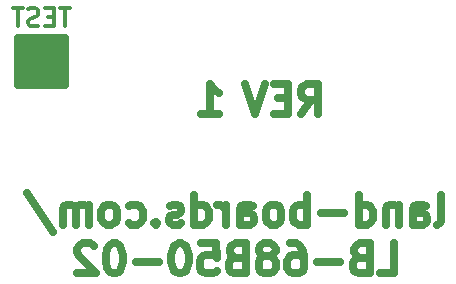
<source format=gbo>
G04 #@! TF.GenerationSoftware,KiCad,Pcbnew,(7.0.0)*
G04 #@! TF.CreationDate,2024-08-24T19:47:55-04:00*
G04 #@! TF.ProjectId,LB-68B50-02,4c422d36-3842-4353-902d-30322e6b6963,1*
G04 #@! TF.SameCoordinates,Original*
G04 #@! TF.FileFunction,Legend,Bot*
G04 #@! TF.FilePolarity,Positive*
%FSLAX46Y46*%
G04 Gerber Fmt 4.6, Leading zero omitted, Abs format (unit mm)*
G04 Created by KiCad (PCBNEW (7.0.0)) date 2024-08-24 19:47:55*
%MOMM*%
%LPD*%
G01*
G04 APERTURE LIST*
%ADD10C,0.635000*%
%ADD11C,0.304800*%
%ADD12C,0.650000*%
G04 APERTURE END LIST*
D10*
X173457807Y-140099747D02*
X173699712Y-139978795D01*
X173699712Y-139978795D02*
X173820665Y-139736890D01*
X173820665Y-139736890D02*
X173820665Y-137559747D01*
X171401617Y-140099747D02*
X171401617Y-138769271D01*
X171401617Y-138769271D02*
X171522570Y-138527366D01*
X171522570Y-138527366D02*
X171764474Y-138406414D01*
X171764474Y-138406414D02*
X172248284Y-138406414D01*
X172248284Y-138406414D02*
X172490189Y-138527366D01*
X171401617Y-139978795D02*
X171643522Y-140099747D01*
X171643522Y-140099747D02*
X172248284Y-140099747D01*
X172248284Y-140099747D02*
X172490189Y-139978795D01*
X172490189Y-139978795D02*
X172611141Y-139736890D01*
X172611141Y-139736890D02*
X172611141Y-139494985D01*
X172611141Y-139494985D02*
X172490189Y-139253080D01*
X172490189Y-139253080D02*
X172248284Y-139132128D01*
X172248284Y-139132128D02*
X171643522Y-139132128D01*
X171643522Y-139132128D02*
X171401617Y-139011176D01*
X170192094Y-138406414D02*
X170192094Y-140099747D01*
X170192094Y-138648319D02*
X170071141Y-138527366D01*
X170071141Y-138527366D02*
X169829236Y-138406414D01*
X169829236Y-138406414D02*
X169466379Y-138406414D01*
X169466379Y-138406414D02*
X169224475Y-138527366D01*
X169224475Y-138527366D02*
X169103522Y-138769271D01*
X169103522Y-138769271D02*
X169103522Y-140099747D01*
X166805427Y-140099747D02*
X166805427Y-137559747D01*
X166805427Y-139978795D02*
X167047332Y-140099747D01*
X167047332Y-140099747D02*
X167531141Y-140099747D01*
X167531141Y-140099747D02*
X167773046Y-139978795D01*
X167773046Y-139978795D02*
X167893999Y-139857842D01*
X167893999Y-139857842D02*
X168014951Y-139615938D01*
X168014951Y-139615938D02*
X168014951Y-138890223D01*
X168014951Y-138890223D02*
X167893999Y-138648319D01*
X167893999Y-138648319D02*
X167773046Y-138527366D01*
X167773046Y-138527366D02*
X167531141Y-138406414D01*
X167531141Y-138406414D02*
X167047332Y-138406414D01*
X167047332Y-138406414D02*
X166805427Y-138527366D01*
X165595904Y-139132128D02*
X163660666Y-139132128D01*
X162451142Y-140099747D02*
X162451142Y-137559747D01*
X162451142Y-138527366D02*
X162209237Y-138406414D01*
X162209237Y-138406414D02*
X161725427Y-138406414D01*
X161725427Y-138406414D02*
X161483523Y-138527366D01*
X161483523Y-138527366D02*
X161362570Y-138648319D01*
X161362570Y-138648319D02*
X161241618Y-138890223D01*
X161241618Y-138890223D02*
X161241618Y-139615938D01*
X161241618Y-139615938D02*
X161362570Y-139857842D01*
X161362570Y-139857842D02*
X161483523Y-139978795D01*
X161483523Y-139978795D02*
X161725427Y-140099747D01*
X161725427Y-140099747D02*
X162209237Y-140099747D01*
X162209237Y-140099747D02*
X162451142Y-139978795D01*
X159790189Y-140099747D02*
X160032094Y-139978795D01*
X160032094Y-139978795D02*
X160153047Y-139857842D01*
X160153047Y-139857842D02*
X160273999Y-139615938D01*
X160273999Y-139615938D02*
X160273999Y-138890223D01*
X160273999Y-138890223D02*
X160153047Y-138648319D01*
X160153047Y-138648319D02*
X160032094Y-138527366D01*
X160032094Y-138527366D02*
X159790189Y-138406414D01*
X159790189Y-138406414D02*
X159427332Y-138406414D01*
X159427332Y-138406414D02*
X159185428Y-138527366D01*
X159185428Y-138527366D02*
X159064475Y-138648319D01*
X159064475Y-138648319D02*
X158943523Y-138890223D01*
X158943523Y-138890223D02*
X158943523Y-139615938D01*
X158943523Y-139615938D02*
X159064475Y-139857842D01*
X159064475Y-139857842D02*
X159185428Y-139978795D01*
X159185428Y-139978795D02*
X159427332Y-140099747D01*
X159427332Y-140099747D02*
X159790189Y-140099747D01*
X156766380Y-140099747D02*
X156766380Y-138769271D01*
X156766380Y-138769271D02*
X156887333Y-138527366D01*
X156887333Y-138527366D02*
X157129237Y-138406414D01*
X157129237Y-138406414D02*
X157613047Y-138406414D01*
X157613047Y-138406414D02*
X157854952Y-138527366D01*
X156766380Y-139978795D02*
X157008285Y-140099747D01*
X157008285Y-140099747D02*
X157613047Y-140099747D01*
X157613047Y-140099747D02*
X157854952Y-139978795D01*
X157854952Y-139978795D02*
X157975904Y-139736890D01*
X157975904Y-139736890D02*
X157975904Y-139494985D01*
X157975904Y-139494985D02*
X157854952Y-139253080D01*
X157854952Y-139253080D02*
X157613047Y-139132128D01*
X157613047Y-139132128D02*
X157008285Y-139132128D01*
X157008285Y-139132128D02*
X156766380Y-139011176D01*
X155556857Y-140099747D02*
X155556857Y-138406414D01*
X155556857Y-138890223D02*
X155435904Y-138648319D01*
X155435904Y-138648319D02*
X155314952Y-138527366D01*
X155314952Y-138527366D02*
X155073047Y-138406414D01*
X155073047Y-138406414D02*
X154831142Y-138406414D01*
X152895904Y-140099747D02*
X152895904Y-137559747D01*
X152895904Y-139978795D02*
X153137809Y-140099747D01*
X153137809Y-140099747D02*
X153621618Y-140099747D01*
X153621618Y-140099747D02*
X153863523Y-139978795D01*
X153863523Y-139978795D02*
X153984476Y-139857842D01*
X153984476Y-139857842D02*
X154105428Y-139615938D01*
X154105428Y-139615938D02*
X154105428Y-138890223D01*
X154105428Y-138890223D02*
X153984476Y-138648319D01*
X153984476Y-138648319D02*
X153863523Y-138527366D01*
X153863523Y-138527366D02*
X153621618Y-138406414D01*
X153621618Y-138406414D02*
X153137809Y-138406414D01*
X153137809Y-138406414D02*
X152895904Y-138527366D01*
X151807333Y-139978795D02*
X151565428Y-140099747D01*
X151565428Y-140099747D02*
X151081619Y-140099747D01*
X151081619Y-140099747D02*
X150839714Y-139978795D01*
X150839714Y-139978795D02*
X150718762Y-139736890D01*
X150718762Y-139736890D02*
X150718762Y-139615938D01*
X150718762Y-139615938D02*
X150839714Y-139374033D01*
X150839714Y-139374033D02*
X151081619Y-139253080D01*
X151081619Y-139253080D02*
X151444476Y-139253080D01*
X151444476Y-139253080D02*
X151686381Y-139132128D01*
X151686381Y-139132128D02*
X151807333Y-138890223D01*
X151807333Y-138890223D02*
X151807333Y-138769271D01*
X151807333Y-138769271D02*
X151686381Y-138527366D01*
X151686381Y-138527366D02*
X151444476Y-138406414D01*
X151444476Y-138406414D02*
X151081619Y-138406414D01*
X151081619Y-138406414D02*
X150839714Y-138527366D01*
X149630191Y-139857842D02*
X149509238Y-139978795D01*
X149509238Y-139978795D02*
X149630191Y-140099747D01*
X149630191Y-140099747D02*
X149751143Y-139978795D01*
X149751143Y-139978795D02*
X149630191Y-139857842D01*
X149630191Y-139857842D02*
X149630191Y-140099747D01*
X147332095Y-139978795D02*
X147574000Y-140099747D01*
X147574000Y-140099747D02*
X148057809Y-140099747D01*
X148057809Y-140099747D02*
X148299714Y-139978795D01*
X148299714Y-139978795D02*
X148420667Y-139857842D01*
X148420667Y-139857842D02*
X148541619Y-139615938D01*
X148541619Y-139615938D02*
X148541619Y-138890223D01*
X148541619Y-138890223D02*
X148420667Y-138648319D01*
X148420667Y-138648319D02*
X148299714Y-138527366D01*
X148299714Y-138527366D02*
X148057809Y-138406414D01*
X148057809Y-138406414D02*
X147574000Y-138406414D01*
X147574000Y-138406414D02*
X147332095Y-138527366D01*
X145880666Y-140099747D02*
X146122571Y-139978795D01*
X146122571Y-139978795D02*
X146243524Y-139857842D01*
X146243524Y-139857842D02*
X146364476Y-139615938D01*
X146364476Y-139615938D02*
X146364476Y-138890223D01*
X146364476Y-138890223D02*
X146243524Y-138648319D01*
X146243524Y-138648319D02*
X146122571Y-138527366D01*
X146122571Y-138527366D02*
X145880666Y-138406414D01*
X145880666Y-138406414D02*
X145517809Y-138406414D01*
X145517809Y-138406414D02*
X145275905Y-138527366D01*
X145275905Y-138527366D02*
X145154952Y-138648319D01*
X145154952Y-138648319D02*
X145034000Y-138890223D01*
X145034000Y-138890223D02*
X145034000Y-139615938D01*
X145034000Y-139615938D02*
X145154952Y-139857842D01*
X145154952Y-139857842D02*
X145275905Y-139978795D01*
X145275905Y-139978795D02*
X145517809Y-140099747D01*
X145517809Y-140099747D02*
X145880666Y-140099747D01*
X143945429Y-140099747D02*
X143945429Y-138406414D01*
X143945429Y-138648319D02*
X143824476Y-138527366D01*
X143824476Y-138527366D02*
X143582571Y-138406414D01*
X143582571Y-138406414D02*
X143219714Y-138406414D01*
X143219714Y-138406414D02*
X142977810Y-138527366D01*
X142977810Y-138527366D02*
X142856857Y-138769271D01*
X142856857Y-138769271D02*
X142856857Y-140099747D01*
X142856857Y-138769271D02*
X142735905Y-138527366D01*
X142735905Y-138527366D02*
X142494000Y-138406414D01*
X142494000Y-138406414D02*
X142131143Y-138406414D01*
X142131143Y-138406414D02*
X141889238Y-138527366D01*
X141889238Y-138527366D02*
X141768286Y-138769271D01*
X141768286Y-138769271D02*
X141768286Y-140099747D01*
X138744476Y-137438795D02*
X140921619Y-140704509D01*
X168619715Y-144214547D02*
X169829239Y-144214547D01*
X169829239Y-144214547D02*
X169829239Y-141674547D01*
X166926382Y-142884071D02*
X166563525Y-143005023D01*
X166563525Y-143005023D02*
X166442572Y-143125976D01*
X166442572Y-143125976D02*
X166321620Y-143367880D01*
X166321620Y-143367880D02*
X166321620Y-143730738D01*
X166321620Y-143730738D02*
X166442572Y-143972642D01*
X166442572Y-143972642D02*
X166563525Y-144093595D01*
X166563525Y-144093595D02*
X166805430Y-144214547D01*
X166805430Y-144214547D02*
X167773049Y-144214547D01*
X167773049Y-144214547D02*
X167773049Y-141674547D01*
X167773049Y-141674547D02*
X166926382Y-141674547D01*
X166926382Y-141674547D02*
X166684477Y-141795500D01*
X166684477Y-141795500D02*
X166563525Y-141916452D01*
X166563525Y-141916452D02*
X166442572Y-142158357D01*
X166442572Y-142158357D02*
X166442572Y-142400261D01*
X166442572Y-142400261D02*
X166563525Y-142642166D01*
X166563525Y-142642166D02*
X166684477Y-142763119D01*
X166684477Y-142763119D02*
X166926382Y-142884071D01*
X166926382Y-142884071D02*
X167773049Y-142884071D01*
X165233049Y-143246928D02*
X163297811Y-143246928D01*
X160999715Y-141674547D02*
X161483525Y-141674547D01*
X161483525Y-141674547D02*
X161725429Y-141795500D01*
X161725429Y-141795500D02*
X161846382Y-141916452D01*
X161846382Y-141916452D02*
X162088287Y-142279309D01*
X162088287Y-142279309D02*
X162209239Y-142763119D01*
X162209239Y-142763119D02*
X162209239Y-143730738D01*
X162209239Y-143730738D02*
X162088287Y-143972642D01*
X162088287Y-143972642D02*
X161967334Y-144093595D01*
X161967334Y-144093595D02*
X161725429Y-144214547D01*
X161725429Y-144214547D02*
X161241620Y-144214547D01*
X161241620Y-144214547D02*
X160999715Y-144093595D01*
X160999715Y-144093595D02*
X160878763Y-143972642D01*
X160878763Y-143972642D02*
X160757810Y-143730738D01*
X160757810Y-143730738D02*
X160757810Y-143125976D01*
X160757810Y-143125976D02*
X160878763Y-142884071D01*
X160878763Y-142884071D02*
X160999715Y-142763119D01*
X160999715Y-142763119D02*
X161241620Y-142642166D01*
X161241620Y-142642166D02*
X161725429Y-142642166D01*
X161725429Y-142642166D02*
X161967334Y-142763119D01*
X161967334Y-142763119D02*
X162088287Y-142884071D01*
X162088287Y-142884071D02*
X162209239Y-143125976D01*
X159306381Y-142763119D02*
X159548286Y-142642166D01*
X159548286Y-142642166D02*
X159669239Y-142521214D01*
X159669239Y-142521214D02*
X159790191Y-142279309D01*
X159790191Y-142279309D02*
X159790191Y-142158357D01*
X159790191Y-142158357D02*
X159669239Y-141916452D01*
X159669239Y-141916452D02*
X159548286Y-141795500D01*
X159548286Y-141795500D02*
X159306381Y-141674547D01*
X159306381Y-141674547D02*
X158822572Y-141674547D01*
X158822572Y-141674547D02*
X158580667Y-141795500D01*
X158580667Y-141795500D02*
X158459715Y-141916452D01*
X158459715Y-141916452D02*
X158338762Y-142158357D01*
X158338762Y-142158357D02*
X158338762Y-142279309D01*
X158338762Y-142279309D02*
X158459715Y-142521214D01*
X158459715Y-142521214D02*
X158580667Y-142642166D01*
X158580667Y-142642166D02*
X158822572Y-142763119D01*
X158822572Y-142763119D02*
X159306381Y-142763119D01*
X159306381Y-142763119D02*
X159548286Y-142884071D01*
X159548286Y-142884071D02*
X159669239Y-143005023D01*
X159669239Y-143005023D02*
X159790191Y-143246928D01*
X159790191Y-143246928D02*
X159790191Y-143730738D01*
X159790191Y-143730738D02*
X159669239Y-143972642D01*
X159669239Y-143972642D02*
X159548286Y-144093595D01*
X159548286Y-144093595D02*
X159306381Y-144214547D01*
X159306381Y-144214547D02*
X158822572Y-144214547D01*
X158822572Y-144214547D02*
X158580667Y-144093595D01*
X158580667Y-144093595D02*
X158459715Y-143972642D01*
X158459715Y-143972642D02*
X158338762Y-143730738D01*
X158338762Y-143730738D02*
X158338762Y-143246928D01*
X158338762Y-143246928D02*
X158459715Y-143005023D01*
X158459715Y-143005023D02*
X158580667Y-142884071D01*
X158580667Y-142884071D02*
X158822572Y-142763119D01*
X156403524Y-142884071D02*
X156040667Y-143005023D01*
X156040667Y-143005023D02*
X155919714Y-143125976D01*
X155919714Y-143125976D02*
X155798762Y-143367880D01*
X155798762Y-143367880D02*
X155798762Y-143730738D01*
X155798762Y-143730738D02*
X155919714Y-143972642D01*
X155919714Y-143972642D02*
X156040667Y-144093595D01*
X156040667Y-144093595D02*
X156282572Y-144214547D01*
X156282572Y-144214547D02*
X157250191Y-144214547D01*
X157250191Y-144214547D02*
X157250191Y-141674547D01*
X157250191Y-141674547D02*
X156403524Y-141674547D01*
X156403524Y-141674547D02*
X156161619Y-141795500D01*
X156161619Y-141795500D02*
X156040667Y-141916452D01*
X156040667Y-141916452D02*
X155919714Y-142158357D01*
X155919714Y-142158357D02*
X155919714Y-142400261D01*
X155919714Y-142400261D02*
X156040667Y-142642166D01*
X156040667Y-142642166D02*
X156161619Y-142763119D01*
X156161619Y-142763119D02*
X156403524Y-142884071D01*
X156403524Y-142884071D02*
X157250191Y-142884071D01*
X153500667Y-141674547D02*
X154710191Y-141674547D01*
X154710191Y-141674547D02*
X154831143Y-142884071D01*
X154831143Y-142884071D02*
X154710191Y-142763119D01*
X154710191Y-142763119D02*
X154468286Y-142642166D01*
X154468286Y-142642166D02*
X153863524Y-142642166D01*
X153863524Y-142642166D02*
X153621619Y-142763119D01*
X153621619Y-142763119D02*
X153500667Y-142884071D01*
X153500667Y-142884071D02*
X153379714Y-143125976D01*
X153379714Y-143125976D02*
X153379714Y-143730738D01*
X153379714Y-143730738D02*
X153500667Y-143972642D01*
X153500667Y-143972642D02*
X153621619Y-144093595D01*
X153621619Y-144093595D02*
X153863524Y-144214547D01*
X153863524Y-144214547D02*
X154468286Y-144214547D01*
X154468286Y-144214547D02*
X154710191Y-144093595D01*
X154710191Y-144093595D02*
X154831143Y-143972642D01*
X151807333Y-141674547D02*
X151565428Y-141674547D01*
X151565428Y-141674547D02*
X151323524Y-141795500D01*
X151323524Y-141795500D02*
X151202571Y-141916452D01*
X151202571Y-141916452D02*
X151081619Y-142158357D01*
X151081619Y-142158357D02*
X150960666Y-142642166D01*
X150960666Y-142642166D02*
X150960666Y-143246928D01*
X150960666Y-143246928D02*
X151081619Y-143730738D01*
X151081619Y-143730738D02*
X151202571Y-143972642D01*
X151202571Y-143972642D02*
X151323524Y-144093595D01*
X151323524Y-144093595D02*
X151565428Y-144214547D01*
X151565428Y-144214547D02*
X151807333Y-144214547D01*
X151807333Y-144214547D02*
X152049238Y-144093595D01*
X152049238Y-144093595D02*
X152170190Y-143972642D01*
X152170190Y-143972642D02*
X152291143Y-143730738D01*
X152291143Y-143730738D02*
X152412095Y-143246928D01*
X152412095Y-143246928D02*
X152412095Y-142642166D01*
X152412095Y-142642166D02*
X152291143Y-142158357D01*
X152291143Y-142158357D02*
X152170190Y-141916452D01*
X152170190Y-141916452D02*
X152049238Y-141795500D01*
X152049238Y-141795500D02*
X151807333Y-141674547D01*
X149872095Y-143246928D02*
X147936857Y-143246928D01*
X146243523Y-141674547D02*
X146001618Y-141674547D01*
X146001618Y-141674547D02*
X145759714Y-141795500D01*
X145759714Y-141795500D02*
X145638761Y-141916452D01*
X145638761Y-141916452D02*
X145517809Y-142158357D01*
X145517809Y-142158357D02*
X145396856Y-142642166D01*
X145396856Y-142642166D02*
X145396856Y-143246928D01*
X145396856Y-143246928D02*
X145517809Y-143730738D01*
X145517809Y-143730738D02*
X145638761Y-143972642D01*
X145638761Y-143972642D02*
X145759714Y-144093595D01*
X145759714Y-144093595D02*
X146001618Y-144214547D01*
X146001618Y-144214547D02*
X146243523Y-144214547D01*
X146243523Y-144214547D02*
X146485428Y-144093595D01*
X146485428Y-144093595D02*
X146606380Y-143972642D01*
X146606380Y-143972642D02*
X146727333Y-143730738D01*
X146727333Y-143730738D02*
X146848285Y-143246928D01*
X146848285Y-143246928D02*
X146848285Y-142642166D01*
X146848285Y-142642166D02*
X146727333Y-142158357D01*
X146727333Y-142158357D02*
X146606380Y-141916452D01*
X146606380Y-141916452D02*
X146485428Y-141795500D01*
X146485428Y-141795500D02*
X146243523Y-141674547D01*
X144429237Y-141916452D02*
X144308285Y-141795500D01*
X144308285Y-141795500D02*
X144066380Y-141674547D01*
X144066380Y-141674547D02*
X143461618Y-141674547D01*
X143461618Y-141674547D02*
X143219713Y-141795500D01*
X143219713Y-141795500D02*
X143098761Y-141916452D01*
X143098761Y-141916452D02*
X142977808Y-142158357D01*
X142977808Y-142158357D02*
X142977808Y-142400261D01*
X142977808Y-142400261D02*
X143098761Y-142763119D01*
X143098761Y-142763119D02*
X144550189Y-144214547D01*
X144550189Y-144214547D02*
X142977808Y-144214547D01*
X161918952Y-130727147D02*
X162765619Y-129517623D01*
X163370381Y-130727147D02*
X163370381Y-128187147D01*
X163370381Y-128187147D02*
X162402762Y-128187147D01*
X162402762Y-128187147D02*
X162160857Y-128308100D01*
X162160857Y-128308100D02*
X162039904Y-128429052D01*
X162039904Y-128429052D02*
X161918952Y-128670957D01*
X161918952Y-128670957D02*
X161918952Y-129033814D01*
X161918952Y-129033814D02*
X162039904Y-129275719D01*
X162039904Y-129275719D02*
X162160857Y-129396671D01*
X162160857Y-129396671D02*
X162402762Y-129517623D01*
X162402762Y-129517623D02*
X163370381Y-129517623D01*
X160830381Y-129396671D02*
X159983714Y-129396671D01*
X159620857Y-130727147D02*
X160830381Y-130727147D01*
X160830381Y-130727147D02*
X160830381Y-128187147D01*
X160830381Y-128187147D02*
X159620857Y-128187147D01*
X158895143Y-128187147D02*
X158048476Y-130727147D01*
X158048476Y-130727147D02*
X157201809Y-128187147D01*
X153500666Y-130727147D02*
X154952095Y-130727147D01*
X154226381Y-130727147D02*
X154226381Y-128187147D01*
X154226381Y-128187147D02*
X154468285Y-128550004D01*
X154468285Y-128550004D02*
X154710190Y-128791909D01*
X154710190Y-128791909D02*
X154952095Y-128912861D01*
D11*
X142385143Y-121773888D02*
X141514286Y-121773888D01*
X141949714Y-123297888D02*
X141949714Y-121773888D01*
X141006285Y-122499602D02*
X140498285Y-122499602D01*
X140280571Y-123297888D02*
X141006285Y-123297888D01*
X141006285Y-123297888D02*
X141006285Y-121773888D01*
X141006285Y-121773888D02*
X140280571Y-121773888D01*
X139700000Y-123225317D02*
X139482286Y-123297888D01*
X139482286Y-123297888D02*
X139119428Y-123297888D01*
X139119428Y-123297888D02*
X138974286Y-123225317D01*
X138974286Y-123225317D02*
X138901714Y-123152745D01*
X138901714Y-123152745D02*
X138829143Y-123007602D01*
X138829143Y-123007602D02*
X138829143Y-122862460D01*
X138829143Y-122862460D02*
X138901714Y-122717317D01*
X138901714Y-122717317D02*
X138974286Y-122644745D01*
X138974286Y-122644745D02*
X139119428Y-122572174D01*
X139119428Y-122572174D02*
X139409714Y-122499602D01*
X139409714Y-122499602D02*
X139554857Y-122427031D01*
X139554857Y-122427031D02*
X139627428Y-122354460D01*
X139627428Y-122354460D02*
X139700000Y-122209317D01*
X139700000Y-122209317D02*
X139700000Y-122064174D01*
X139700000Y-122064174D02*
X139627428Y-121919031D01*
X139627428Y-121919031D02*
X139554857Y-121846460D01*
X139554857Y-121846460D02*
X139409714Y-121773888D01*
X139409714Y-121773888D02*
X139046857Y-121773888D01*
X139046857Y-121773888D02*
X138829143Y-121846460D01*
X138393714Y-121773888D02*
X137522857Y-121773888D01*
X137958285Y-123297888D02*
X137958285Y-121773888D01*
D12*
X137954000Y-124238000D02*
X137954000Y-124738000D01*
X137954000Y-124238000D02*
X141954000Y-124238000D01*
X137954000Y-124738000D02*
X141954000Y-124738000D01*
X137954000Y-125238000D02*
X137954000Y-125738000D01*
X137954000Y-125738000D02*
X141954000Y-125738000D01*
X137954000Y-126238000D02*
X137954000Y-126738000D01*
X137954000Y-126738000D02*
X141454000Y-126738000D01*
X137954000Y-127238000D02*
X137954000Y-127738000D01*
X137954000Y-127738000D02*
X141954000Y-127738000D01*
X137954000Y-128238000D02*
X137954000Y-124238000D01*
X141454000Y-126738000D02*
X141954000Y-126738000D01*
X141954000Y-124238000D02*
X141954000Y-128238000D01*
X141954000Y-124738000D02*
X141954000Y-125238000D01*
X141954000Y-125238000D02*
X137954000Y-125238000D01*
X141954000Y-125738000D02*
X141954000Y-126238000D01*
X141954000Y-126238000D02*
X137954000Y-126238000D01*
X141954000Y-126738000D02*
X141954000Y-127238000D01*
X141954000Y-127238000D02*
X137954000Y-127238000D01*
X141954000Y-128238000D02*
X137954000Y-128238000D01*
M02*

</source>
